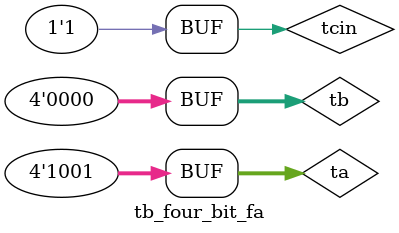
<source format=v>
`timescale 1ns / 1ps




module tb_four_bit_fa();
reg [3:0] ta,tb; reg tcin; //initialise test vector
wire [3:0] tsum;
wire tcout;
four_bit_FA fa0(
   .Sum(tsum), 
   .Cout(tcout),
   .a_fb(ta), 
   .b_fb(tb), 
   .cin_fb(tcin));

initial
begin
#0 ta=4'b0000; tb=4'b0000; tcin=1'b0;
#10 ta=4'b0100; tb=4'b0011; tcin=1'b1;
#10 ta=4'b0011; tb=4'b0111; tcin=1'b1;
#10 ta=4'b1000; tb=4'b0100; tcin=1'b0;
#10 ta=4'b0101; tb=4'b0101; tcin=1'b1;
#10 ta=4'b0110; tb=4'b0111; tcin=1'b1;
#10 ta=4'b1001; tb=4'b0000; tcin=1'b1;
end
endmodule
</source>
